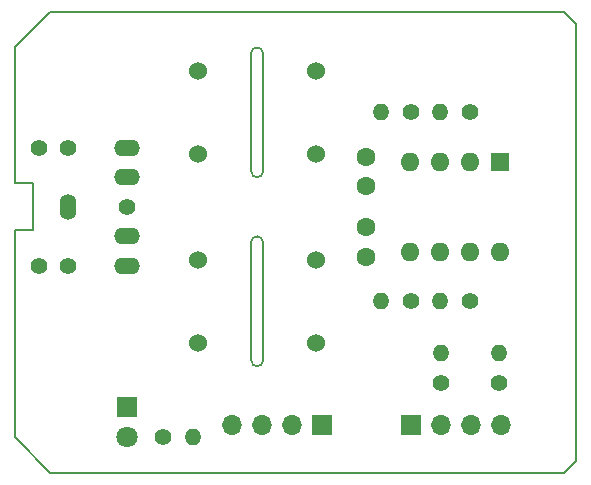
<source format=gbr>
G04 #@! TF.GenerationSoftware,KiCad,Pcbnew,(5.1.9)-1*
G04 #@! TF.CreationDate,2021-03-12T00:47:26-05:00*
G04 #@! TF.ProjectId,InputBuffer,496e7075-7442-4756-9666-65722e6b6963,rev?*
G04 #@! TF.SameCoordinates,Original*
G04 #@! TF.FileFunction,Soldermask,Bot*
G04 #@! TF.FilePolarity,Negative*
%FSLAX46Y46*%
G04 Gerber Fmt 4.6, Leading zero omitted, Abs format (unit mm)*
G04 Created by KiCad (PCBNEW (5.1.9)-1) date 2021-03-12 00:47:26*
%MOMM*%
%LPD*%
G01*
G04 APERTURE LIST*
G04 #@! TA.AperFunction,Profile*
%ADD10C,0.150000*%
G04 #@! TD*
%ADD11R,1.800000X1.800000*%
%ADD12C,1.800000*%
%ADD13C,1.400000*%
%ADD14O,1.400000X1.400000*%
%ADD15O,2.200000X1.400000*%
%ADD16O,1.400000X2.200000*%
%ADD17C,1.600000*%
%ADD18O,1.600000X1.600000*%
%ADD19R,1.600000X1.600000*%
%ADD20O,1.700000X1.700000*%
%ADD21R,1.700000X1.700000*%
%ADD22C,1.524000*%
G04 APERTURE END LIST*
D10*
X78500000Y-46500000D02*
G75*
G02*
X79500000Y-46500000I500000J0D01*
G01*
X79500000Y-56500000D02*
G75*
G02*
X78500000Y-56500000I-500000J0D01*
G01*
X78500000Y-62500000D02*
G75*
G02*
X79500000Y-62500000I500000J0D01*
G01*
X79500000Y-72500000D02*
G75*
G02*
X78500000Y-72500000I-500000J0D01*
G01*
X78500000Y-62500000D02*
X78500000Y-72500000D01*
X79500000Y-72500000D02*
X79500000Y-62500000D01*
X79500000Y-56500000D02*
X79500000Y-46500000D01*
X78500000Y-46500000D02*
X78500000Y-56500000D01*
X105000000Y-43000000D02*
X106000000Y-44000000D01*
X106000000Y-81000000D02*
X105000000Y-82000000D01*
X58500000Y-57500000D02*
X58500000Y-46000000D01*
X60000000Y-57500000D02*
X58500000Y-57500000D01*
X60000000Y-61500000D02*
X60000000Y-57500000D01*
X58500000Y-61500000D02*
X60000000Y-61500000D01*
X58500000Y-79000000D02*
X58500000Y-61500000D01*
X61500000Y-82000000D02*
X58500000Y-79000000D01*
X105000000Y-82000000D02*
X61500000Y-82000000D01*
X106000000Y-44000000D02*
X106000000Y-81000000D01*
X61500000Y-43000000D02*
X105000000Y-43000000D01*
X58500000Y-46000000D02*
X61500000Y-43000000D01*
D11*
X68000000Y-76460000D03*
D12*
X68000000Y-79000000D03*
D13*
X94540000Y-74400000D03*
D14*
X94540000Y-71860000D03*
D13*
X99500000Y-74400000D03*
D14*
X99500000Y-71860000D03*
D13*
X71000000Y-79000000D03*
D14*
X73540000Y-79000000D03*
D13*
X92000000Y-67500000D03*
D14*
X89460000Y-67500000D03*
D13*
X92000000Y-51500000D03*
D14*
X89460000Y-51500000D03*
D13*
X97000000Y-67500000D03*
D14*
X94460000Y-67500000D03*
D13*
X97000000Y-51500000D03*
D14*
X94460000Y-51500000D03*
D15*
X68000000Y-57000000D03*
D13*
X63000000Y-54500000D03*
X60500000Y-54500000D03*
X60500000Y-64500000D03*
X63000000Y-64500000D03*
X68000000Y-59500000D03*
D15*
X68000000Y-62000000D03*
X68000000Y-54500000D03*
X68000000Y-64500000D03*
D16*
X63000000Y-59500000D03*
D17*
X88250000Y-55250000D03*
X88250000Y-57750000D03*
X88250000Y-61250000D03*
X88250000Y-63750000D03*
D18*
X99563500Y-63310000D03*
X91943500Y-55690000D03*
X97023500Y-63310000D03*
X94483500Y-55690000D03*
X94483500Y-63310000D03*
X97023500Y-55690000D03*
X91943500Y-63310000D03*
D19*
X99563500Y-55690000D03*
D20*
X99620000Y-78000000D03*
X97080000Y-78000000D03*
X94540000Y-78000000D03*
D21*
X92000000Y-78000000D03*
X84500000Y-78000000D03*
D20*
X81960000Y-78000000D03*
X79420000Y-78000000D03*
X76880000Y-78000000D03*
D22*
X74000000Y-48000000D03*
X74000000Y-55000000D03*
X84000000Y-48000000D03*
X84000000Y-55000000D03*
X84000000Y-71000000D03*
X84000000Y-64000000D03*
X74000000Y-71000000D03*
X74000000Y-64000000D03*
M02*

</source>
